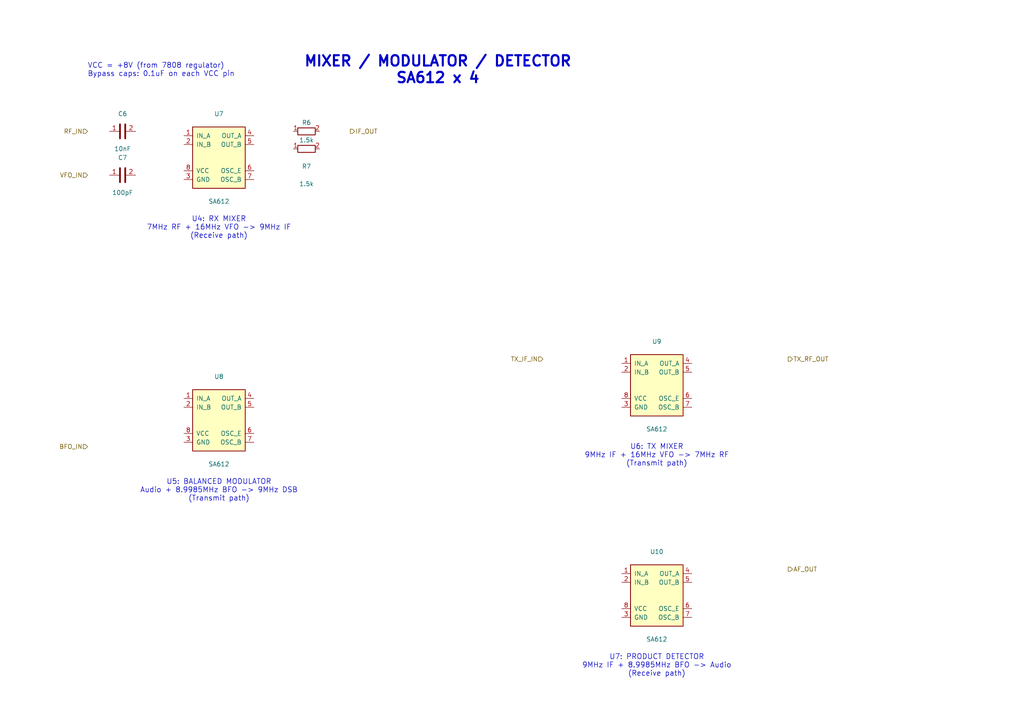
<source format=kicad_sch>
(kicad_sch (version 20250114) (generator "eeschema") (generator_version "9.0")
  (paper "A4")
  (title_block (title "Mixer / Modulator / Detector") (date "2024-12-24") (rev "1.0") (comment 1 "SA612 x3: RX Mixer, Balanced Modulator, Product Detector"))
  (lib_symbols
    (symbol "Device:C" (pin_names (offset 0.254))
      (property "Reference" "C" (at 0.635 2.54 0))
      (property "Value" "C" (at 0.635 -2.54 0))
      (symbol "C_0_1"
        (polyline (pts (xy -2.032 0.762) (xy 2.032 0.762)) (stroke (width 0.508)))
        (polyline (pts (xy -2.032 -0.762) (xy 2.032 -0.762)) (stroke (width 0.508)))
      )
      (symbol "C_1_1"
        (pin passive line (at 0 3.81 270) (length 2.794) (name "~") (number "1"))
        (pin passive line (at 0 -3.81 90) (length 2.794) (name "~") (number "2"))
      )
    )
    (symbol "Device:R" (pin_names (offset 0))
      (property "Reference" "R" (at 2.032 0 90))
      (property "Value" "R" (at 0 0 90))
      (symbol "R_0_1"
        (rectangle (start -1.016 -2.54) (end 1.016 2.54) (stroke (width 0.254)))
      )
      (symbol "R_1_1"
        (pin passive line (at 0 3.81 270) (length 1.27) (name "~") (number "1"))
        (pin passive line (at 0 -3.81 90) (length 1.27) (name "~") (number "2"))
      )
    )
    (symbol "SA612:SA612" (pin_names (offset 1.016))
      (property "Reference" "U" (at 0 10.16 0))
      (property "Value" "SA612" (at 0 -10.16 0))
      (symbol "SA612_0_1"
        (rectangle (start -7.62 8.89) (end 7.62 -8.89) (stroke (width 0.254)) (fill (type background)))
      )
      (symbol "SA612_1_1"
        (pin input line (at -10.16 6.35 0) (length 2.54) (name "IN_A") (number "1"))
        (pin input line (at -10.16 3.81 0) (length 2.54) (name "IN_B") (number "2"))
        (pin power_in line (at -10.16 -3.81 0) (length 2.54) (name "VCC") (number "8"))
        (pin power_in line (at -10.16 -6.35 0) (length 2.54) (name "GND") (number "3"))
        (pin output line (at 10.16 6.35 180) (length 2.54) (name "OUT_A") (number "4"))
        (pin output line (at 10.16 3.81 180) (length 2.54) (name "OUT_B") (number "5"))
        (pin input line (at 10.16 -3.81 180) (length 2.54) (name "OSC_E") (number "6"))
        (pin output line (at 10.16 -6.35 180) (length 2.54) (name "OSC_B") (number "7"))
      )
    )
  )
  (text "U6: TX MIXER\n9MHz IF + 16MHz VFO -> 7MHz RF\n(Transmit path)" (at 190.5 132.08 0) (effects (font (size 1.5 1.5))))
  (text "U5: BALANCED MODULATOR\nAudio + 8.9985MHz BFO -> 9MHz DSB\n(Transmit path)" (at 63.5 142.24 0) (effects (font (size 1.5 1.5))))
  (text "VCC = +8V (from 7808 regulator)\nBypass caps: 0.1uF on each VCC pin" (at 25.4 20.32 0) (effects (font (size 1.5 1.5)) (justify left)))
  (text "U7: PRODUCT DETECTOR\n9MHz IF + 8.9985MHz BFO -> Audio\n(Receive path)" (at 190.5 193.04 0) (effects (font (size 1.5 1.5))))
  (text "U4: RX MIXER\n7MHz RF + 16MHz VFO -> 9MHz IF\n(Receive path)" (at 63.5 66.04 0) (effects (font (size 1.5 1.5))))
  (text "MIXER / MODULATOR / DETECTOR\nSA612 x 4" (at 127 20.32 0) (effects (font (size 3 3) (bold yes))))
  (hierarchical_label "VFO_IN" (shape input) (at 25.4 50.8 180))
  (hierarchical_label "AF_OUT" (shape output) (at 228.6 165.1 0))
  (hierarchical_label "TX_RF_OUT" (shape output) (at 228.6 104.14 0))
  (hierarchical_label "TX_IF_IN" (shape input) (at 157.48 104.14 180))
  (hierarchical_label "RF_IN" (shape input) (at 25.4 38.1 180))
  (hierarchical_label "IF_OUT" (shape output) (at 101.6 38.1 0))
  (hierarchical_label "BFO_IN" (shape input) (at 25.4 129.54 180))
  (symbol (lib_id "SA612:SA612") (at 190.5 172.72 0) (unit 1)
    (property "Reference" "U10" (at 190.5 160.02 0))
    (property "Value" "SA612" (at 190.5 185.42 0))
    (property "Footprint" "Package_DIP:DIP-8_W7.62mm" (effects (hide yes)))
  )
  (symbol (lib_id "Device:R") (at 88.9 38.1 90) (unit 1)
    (property "Reference" "R6" (at 88.9 35.56 90))
    (property "Value" "1.5k" (at 88.9 40.64 90))
    (property "Footprint" "Resistor_THT:R_Axial_DIN0207_L6.3mm_D2.5mm_P10.16mm_Horizontal" (effects (hide yes)))
  )
  (symbol (lib_id "Device:R") (at 88.9 43.18 90) (unit 1)
    (property "Reference" "R7" (at 88.9 48.26 90))
    (property "Value" "1.5k" (at 88.9 53.34 90))
    (property "Footprint" "Resistor_THT:R_Axial_DIN0207_L6.3mm_D2.5mm_P10.16mm_Horizontal" (effects (hide yes)))
  )
  (symbol (lib_id "SA612:SA612") (at 63.5 121.92 0) (unit 1)
    (property "Reference" "U8" (at 63.5 109.22 0))
    (property "Value" "SA612" (at 63.5 134.62 0))
    (property "Footprint" "Package_DIP:DIP-8_W7.62mm" (effects (hide yes)))
  )
  (symbol (lib_id "Device:C") (at 35.56 50.8 90) (unit 1)
    (property "Reference" "C7" (at 35.56 45.72 90))
    (property "Value" "100pF" (at 35.56 55.88 90))
    (property "Footprint" "Capacitor_THT:C_Disc_D5.0mm_W2.5mm_P5.00mm" (effects (hide yes)))
  )
  (symbol (lib_id "SA612:SA612") (at 63.5 45.72 0) (unit 1)
    (property "Reference" "U7" (at 63.5 33.02 0))
    (property "Value" "SA612" (at 63.5 58.42 0))
    (property "Footprint" "Package_DIP:DIP-8_W7.62mm" (effects (hide yes)))
  )
  (symbol (lib_id "SA612:SA612") (at 190.5 111.76 0) (unit 1)
    (property "Reference" "U9" (at 190.5 99.06 0))
    (property "Value" "SA612" (at 190.5 124.46 0))
    (property "Footprint" "Package_DIP:DIP-8_W7.62mm" (effects (hide yes)))
  )
  (symbol (lib_id "Device:C") (at 35.56 38.1 90) (unit 1)
    (property "Reference" "C6" (at 35.56 33.02 90))
    (property "Value" "10nF" (at 35.56 43.18 90))
    (property "Footprint" "Capacitor_THT:C_Disc_D5.0mm_W2.5mm_P5.00mm" (effects (hide yes)))
  )
)
</source>
